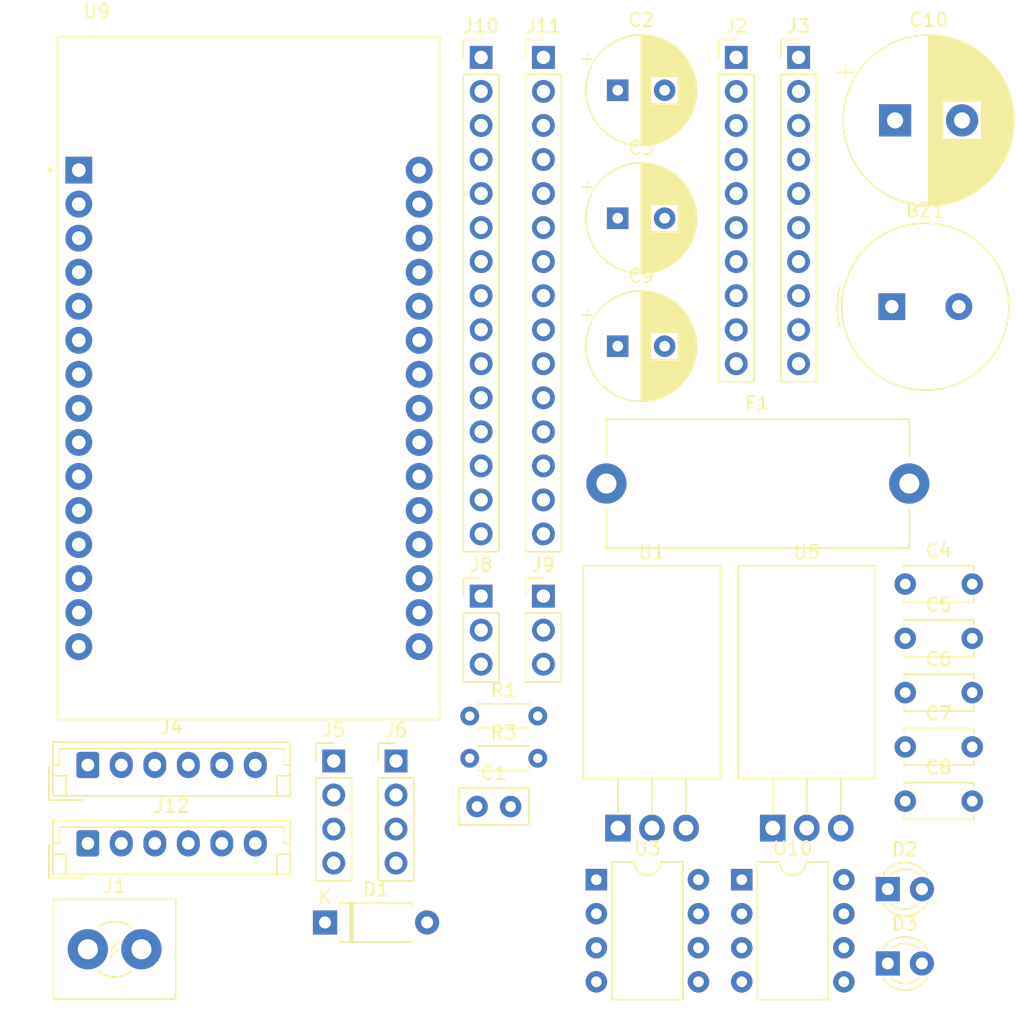
<source format=kicad_pcb>
(kicad_pcb (version 20240108) (generator "pcbnew") (generator_version "8.0")
  (layers (0 "F.Cu" signal) (31 "B.Cu" signal) (34 "B.Paste" user) (35 "F.Paste" user) (36 "B.SilkS" user "B.Silkscreen") (37 "F.SilkS" user "F.Silkscreen") (38 "B.Mask" user) (39 "F.Mask" user) (44 "Edge.Cuts" user))
  (net 0 "")
  (net 1 "GND")
  (net 2 "D33")
  (net 3 "OUTMOT2")
  (net 4 "OUTMOT1")
  (net 5 "+5V")
  (net 6 "IN4")
  (net 7 "IN3")
  (net 8 "IN2")
  (net 9 "IN1")
  (net 10 "OUTMOT3")
  (net 11 "OUTMOT4")
  (net 12 "Net-(D1-K)")
  (net 13 "Net-(D1-A)")
  (net 14 "Net-(D2-A)")
  (net 15 "Net-(D3-A)")
  (net 16 "+12V")
  (net 17 "encode1 B")
  (net 18 "3.3V")
  (net 19 "encode1 A")
  (net 20 "SDA")
  (net 21 "SCL")
  (net 22 "TRIG")
  (net 23 "ECHO")
  (net 24 "sinal1")
  (net 25 "sinal2")
  (net 26 "TX2")
  (net 27 "D15")
  (net 28 "D22")
  (net 29 "3.3v")
  (net 30 "D4")
  (net 31 "D19")
  (net 34 "D23")
  (net 35 "D18")
  (net 36 "D2")
  (net 37 "RX2")
  (net 38 "D21")
  (net 39 "D5")
  (net 40 "D25")
  (net 41 "D13")
  (net 42 "EN")
  (net 44 "VN")
  (net 45 "D12")
  (net 46 "D32")
  (net 47 "VP")
  (net 48 "D14")
  (net 49 "D26")
  (net 50 "D34")
  (net 51 "D27")
  (net 52 "D35")
  (net 53 "encode2 B")
  (net 54 "encode2 A")
  (footprint "Connector_PinHeader_2.54mm:PinHeader_1x03_P2.54mm_Vertical" (layer "F.Cu") (at 144.96 98.19)
    (property "Reference" "J9" (at 0 -2.33 0) (layer "F.SilkS"))
    (property "Value" "Conn_01x03_Socket")
    (pad "1" thru_hole rect (at 0 0) (size 1.7 1.7) (drill 1) (layers "*.Cu" "*.Mask") (net 25 "sinal2"))
    (pad "2" thru_hole oval (at 0 2.54) (size 1.7 1.7) (drill 1) (layers "*.Cu" "*.Mask") (net 5 "+5V"))
    (pad "3" thru_hole oval (at 0 5.08) (size 1.7 1.7) (drill 1) (layers "*.Cu" "*.Mask") (net 1 "GND"))
  )
  (footprint "Capacitor_THT:C_Disc_D5.0mm_W2.5mm_P2.50mm" (layer "F.Cu") (at 140.01 113.89)
    (property "Reference" "C1" (at 1.25 -2.5 0) (layer "F.SilkS"))
    (property "Value" "C_Small")
    (pad "1" thru_hole circle (at 0 0) (size 1.6 1.6) (drill 0.8) (layers "*.Cu" "*.Mask") (net 4 "OUTMOT1"))
    (pad "2" thru_hole circle (at 2.5 0) (size 1.6 1.6) (drill 0.8) (layers "*.Cu" "*.Mask") (net 3 "OUTMOT2"))
  )
  (footprint "Connector_PinHeader_2.54mm:PinHeader_1x10_P2.54mm_Vertical" (layer "F.Cu") (at 164 57.99)
    (property "Reference" "J3" (at 0 -2.33 0) (layer "F.SilkS"))
    (property "Value" "Conn_01x10_Socket")
    (pad "1" thru_hole rect (at 0 0) (size 1.7 1.7) (drill 1) (layers "*.Cu" "*.Mask") (net 5 "+5V"))
    (pad "2" thru_hole oval (at 0 2.54) (size 1.7 1.7) (drill 1) (layers "*.Cu" "*.Mask") (net 5 "+5V"))
    (pad "3" thru_hole oval (at 0 5.08) (size 1.7 1.7) (drill 1) (layers "*.Cu" "*.Mask") (net 5 "+5V"))
    (pad "4" thru_hole oval (at 0 7.62) (size 1.7 1.7) (drill 1) (layers "*.Cu" "*.Mask") (net 5 "+5V"))
    (pad "5" thru_hole oval (at 0 10.16) (size 1.7 1.7) (drill 1) (layers "*.Cu" "*.Mask") (net 5 "+5V"))
    (pad "6" thru_hole oval (at 0 12.7) (size 1.7 1.7) (drill 1) (layers "*.Cu" "*.Mask") (net 5 "+5V"))
    (pad "7" thru_hole oval (at 0 15.24) (size 1.7 1.7) (drill 1) (layers "*.Cu" "*.Mask") (net 5 "+5V"))
    (pad "8" thru_hole oval (at 0 17.78) (size 1.7 1.7) (drill 1) (layers "*.Cu" "*.Mask") (net 5 "+5V"))
    (pad "9" thru_hole oval (at 0 20.32) (size 1.7 1.7) (drill 1) (layers "*.Cu" "*.Mask") (net 5 "+5V"))
    (pad "10" thru_hole oval (at 0 22.86) (size 1.7 1.7) (drill 1) (layers "*.Cu" "*.Mask") (net 5 "+5V"))
  )
  (footprint "Capacitor_THT:C_Disc_D5.0mm_W2.5mm_P5.00mm" (layer "F.Cu") (at 171.96 109.44)
    (property "Reference" "C7" (at 2.5 -2.5 0) (layer "F.SilkS"))
    (property "Value" "0.33µF")
    (pad "1" thru_hole circle (at 0 0) (size 1.6 1.6) (drill 0.8) (layers "*.Cu" "*.Mask") (net 12 "Net-(D1-K)"))
    (pad "2" thru_hole circle (at 5 0) (size 1.6 1.6) (drill 0.8) (layers "*.Cu" "*.Mask") (net 1 "GND"))
  )
  (footprint "Capacitor_THT:CP_Radial_D12.5mm_P5.00mm" (layer "F.Cu") (at 171.202082 62.69)
    (property "Reference" "C10" (at 2.5 -7.5 0) (layer "F.SilkS"))
    (property "Value" "680µF")
    (pad "1" thru_hole rect (at 0 0) (size 2.4 2.4) (drill 1.2) (layers "*.Cu" "*.Mask") (net 1 "GND"))
    (pad "2" thru_hole circle (at 5 0) (size 2.4 2.4) (drill 1.2) (layers "*.Cu" "*.Mask") (net 5 "+5V"))
  )
  (footprint "Capacitor_THT:CP_Radial_D8.0mm_P3.50mm" (layer "F.Cu") (at 150.504698 60.44)
    (property "Reference" "C2" (at 1.75 -5.25 0) (layer "F.SilkS"))
    (property "Value" "100µF")
    (pad "1" thru_hole rect (at 0 0) (size 1.6 1.6) (drill 0.8) (layers "*.Cu" "*.Mask") (net 5 "+5V"))
    (pad "2" thru_hole circle (at 3.5 0) (size 1.6 1.6) (drill 0.8) (layers "*.Cu" "*.Mask") (net 1 "GND"))
  )
  (footprint "Connector_PinHeader_2.54mm:PinHeader_1x10_P2.54mm_Vertical" (layer "F.Cu") (at 159.35 57.99)
    (property "Reference" "J2" (at 0 -2.33 0) (layer "F.SilkS"))
    (property "Value" "Conn_01x10_Socket")
    (pad "1" thru_hole rect (at 0 0) (size 1.7 1.7) (drill 1) (layers "*.Cu" "*.Mask") (net 1 "GND"))
    (pad "2" thru_hole oval (at 0 2.54) (size 1.7 1.7) (drill 1) (layers "*.Cu" "*.Mask") (net 1 "GND"))
    (pad "3" thru_hole oval (at 0 5.08) (size 1.7 1.7) (drill 1) (layers "*.Cu" "*.Mask") (net 1 "GND"))
    (pad "4" thru_hole oval (at 0 7.62) (size 1.7 1.7) (drill 1) (layers "*.Cu" "*.Mask") (net 1 "GND"))
    (pad "5" thru_hole oval (at 0 10.16) (size 1.7 1.7) (drill 1) (layers "*.Cu" "*.Mask") (net 1 "GND"))
    (pad "6" thru_hole oval (at 0 12.7) (size 1.7 1.7) (drill 1) (layers "*.Cu" "*.Mask") (net 1 "GND"))
    (pad "7" thru_hole oval (at 0 15.24) (size 1.7 1.7) (drill 1) (layers "*.Cu" "*.Mask") (net 1 "GND"))
    (pad "8" thru_hole oval (at 0 17.78) (size 1.7 1.7) (drill 1) (layers "*.Cu" "*.Mask") (net 1 "GND"))
    (pad "9" thru_hole oval (at 0 20.32) (size 1.7 1.7) (drill 1) (layers "*.Cu" "*.Mask") (net 1 "GND"))
    (pad "10" thru_hole oval (at 0 22.86) (size 1.7 1.7) (drill 1) (layers "*.Cu" "*.Mask") (net 1 "GND"))
  )
  (footprint "Connector_JST:JST_EH_B6B-EH-A_1x06_P2.50mm_Vertical" (layer "F.Cu") (at 110.96 116.64)
    (property "Reference" "J12" (at 6.25 -2.8 0) (layer "F.SilkS"))
    (property "Value" "Conn_01x06_Socket")
    (pad "1" thru_hole roundrect (at 0 0) (size 1.7 1.95) (drill 0.95) (layers "*.Cu" "*.Mask") (roundrect_rratio 0.147059) (net 3 "OUTMOT2"))
    (pad "2" thru_hole oval (at 2.5 0) (size 1.7 1.95) (drill 0.95) (layers "*.Cu" "*.Mask") (net 18 "3.3V"))
    (pad "3" thru_hole oval (at 5 0) (size 1.7 1.95) (drill 0.95) (layers "*.Cu" "*.Mask") (net 53 "encode2 B"))
    (pad "4" thru_hole oval (at 7.5 0) (size 1.7 1.95) (drill 0.95) (layers "*.Cu" "*.Mask") (net 54 "encode2 A"))
    (pad "5" thru_hole oval (at 10 0) (size 1.7 1.95) (drill 0.95) (layers "*.Cu" "*.Mask") (net 1 "GND"))
    (pad "6" thru_hole oval (at 12.5 0) (size 1.7 1.95) (drill 0.95) (layers "*.Cu" "*.Mask") (net 4 "OUTMOT1"))
  )
  (footprint "Package_TO_SOT_THT:TO-220-3_Horizontal_TabDown" (layer "F.Cu") (at 162.07 115.5)
    (property "Reference" "U5" (at 2.54 -20.58 0) (layer "F.SilkS"))
    (property "Value" "L7805")
    (pad "" np_thru_hole oval (at 2.54 -16.66) (size 3.5 3.5) (drill 3.5) (layers "*.Cu" "*.Mask"))
    (pad "1" thru_hole rect (at 0 0) (size 1.905 2) (drill 1.1) (layers "*.Cu" "*.Mask") (net 12 "Net-(D1-K)"))
    (pad "2" thru_hole oval (at 2.54 0) (size 1.905 2) (drill 1.1) (layers "*.Cu" "*.Mask") (net 1 "GND"))
    (pad "3" thru_hole oval (at 5.08 0) (size 1.905 2) (drill 1.1) (layers "*.Cu" "*.Mask") (net 5 "+5V"))
  )
  (footprint "Package_TO_SOT_THT:TO-220-3_Horizontal_TabDown" (layer "F.Cu") (at 150.52 115.5)
    (property "Reference" "U1" (at 2.54 -20.58 0) (layer "F.SilkS"))
    (property "Value" "L7805")
    (pad "" np_thru_hole oval (at 2.54 -16.66) (size 3.5 3.5) (drill 3.5) (layers "*.Cu" "*.Mask"))
    (pad "1" thru_hole rect (at 0 0) (size 1.905 2) (drill 1.1) (layers "*.Cu" "*.Mask") (net 12 "Net-(D1-K)"))
    (pad "2" thru_hole oval (at 2.54 0) (size 1.905 2) (drill 1.1) (layers "*.Cu" "*.Mask") (net 1 "GND"))
    (pad "3" thru_hole oval (at 5.08 0) (size 1.905 2) (drill 1.1) (layers "*.Cu" "*.Mask") (net 5 "+5V"))
  )
  (footprint "Connector_JST:JST_EH_B6B-EH-A_1x06_P2.50mm_Vertical" (layer "F.Cu") (at 110.96 110.79)
    (property "Reference" "J4" (at 6.25 -2.8 0) (layer "F.SilkS"))
    (property "Value" "Conn_01x06_Socket")
    (pad "1" thru_hole roundrect (at 0 0) (size 1.7 1.95) (drill 0.95) (layers "*.Cu" "*.Mask") (roundrect_rratio 0.147059) (net 11 "OUTMOT4"))
    (pad "2" thru_hole oval (at 2.5 0) (size 1.7 1.95) (drill 0.95) (layers "*.Cu" "*.Mask") (net 18 "3.3V"))
    (pad "3" thru_hole oval (at 5 0) (size 1.7 1.95) (drill 0.95) (layers "*.Cu" "*.Mask") (net 17 "encode1 B"))
    (pad "4" thru_hole oval (at 7.5 0) (size 1.7 1.95) (drill 0.95) (layers "*.Cu" "*.Mask") (net 19 "encode1 A"))
    (pad "5" thru_hole oval (at 10 0) (size 1.7 1.95) (drill 0.95) (layers "*.Cu" "*.Mask") (net 1 "GND"))
    (pad "6" thru_hole oval (at 12.5 0) (size 1.7 1.95) (drill 0.95) (layers "*.Cu" "*.Mask") (net 10 "OUTMOT3"))
  )
  (footprint "Connector_PinHeader_2.54mm:PinHeader_1x03_P2.54mm_Vertical" (layer "F.Cu") (at 140.31 98.19)
    (property "Reference" "J8" (at 0 -2.33 0) (layer "F.SilkS"))
    (property "Value" "Conn_01x03_Socket")
    (pad "1" thru_hole rect (at 0 0) (size 1.7 1.7) (drill 1) (layers "*.Cu" "*.Mask") (net 24 "sinal1"))
    (pad "2" thru_hole oval (at 0 2.54) (size 1.7 1.7) (drill 1) (layers "*.Cu" "*.Mask") (net 5 "+5V"))
    (pad "3" thru_hole oval (at 0 5.08) (size 1.7 1.7) (drill 1) (layers "*.Cu" "*.Mask") (net 1 "GND"))
  )
  (footprint "Connector_PinHeader_2.54mm:PinHeader_1x04_P2.54mm_Vertical" (layer "F.Cu") (at 129.31 110.49)
    (property "Reference" "J5" (at 0 -2.33 0) (layer "F.SilkS"))
    (property "Value" "Conn_01x04_Socket")
    (pad "1" thru_hole rect (at 0 0) (size 1.7 1.7) (drill 1) (layers "*.Cu" "*.Mask") (net 18 "3.3V"))
    (pad "2" thru_hole oval (at 0 2.54) (size 1.7 1.7) (drill 1) (layers "*.Cu" "*.Mask") (net 1 "GND"))
    (pad "3" thru_hole oval (at 0 5.08) (size 1.7 1.7) (drill 1) (layers "*.Cu" "*.Mask") (net 21 "SCL"))
    (pad "4" thru_hole oval (at 0 7.62) (size 1.7 1.7) (drill 1) (layers "*.Cu" "*.Mask") (net 20 "SDA"))
  )
  (footprint "Diode_THT:D_A-405_P7.62mm_Horizontal" (layer "F.Cu") (at 128.66 122.54)
    (property "Reference" "D1" (at 3.81 -2.47 0) (layer "F.SilkS"))
    (property "Value" "D")
    (fp_text user "K" (at 0 -1.9 0) (layer "F.SilkS"))
    (pad "1" thru_hole rect (at 0 0) (size 1.8 1.8) (drill 0.9) (layers "*.Cu" "*.Mask") (net 12 "Net-(D1-K)"))
    (pad "2" thru_hole oval (at 7.62 0) (size 1.8 1.8) (drill 0.9) (layers "*.Cu" "*.Mask") (net 13 "Net-(D1-A)"))
  )
  (footprint "Capacitor_THT:C_Disc_D5.0mm_W2.5mm_P5.00mm" (layer "F.Cu") (at 171.96 101.34)
    (property "Reference" "C5" (at 2.5 -2.5 0) (layer "F.SilkS"))
    (property "Value" "C_Small")
    (pad "1" thru_hole circle (at 0 0) (size 1.6 1.6) (drill 0.8) (layers "*.Cu" "*.Mask") (net 9 "IN1"))
    (pad "2" thru_hole circle (at 5 0) (size 1.6 1.6) (drill 0.8) (layers "*.Cu" "*.Mask") (net 8 "IN2"))
  )
  (footprint "TerminalBlock_MetzConnect:TerminalBlock_MetzConnect_360291_1x01_Horizontal_ScrewM3.0_Boxed" (layer "F.Cu") (at 110.96 124.54)
    (property "Reference" "J1" (at 2 -4.71 0) (layer "F.SilkS"))
    (property "Value" "Screw_Terminal_01x02")
    (pad "1" thru_hole circle (at 0 0) (size 3 3) (drill 1.5) (layers "*.Cu" "*.Mask") (net 16 "+12V"))
    (pad "2" thru_hole circle (at 4 0) (size 3 3) (drill 1.5) (layers "*.Cu" "*.Mask") (net 1 "GND"))
  )
  (footprint "ESPFootprint:MODULE_ESP32_DEVKIT_V1" (layer "F.Cu") (at 122.985 81.915)
    (property "Reference" "U9" (at -11.355 -27.36 0) (layer "F.SilkS"))
    (property "Value" "ESP32-DEVKIT-V1")
    (pad "" np_thru_hole circle (at -12.28 -23.475) (size 3 3) (drill 3) (layers "*.Cu" "*.Mask"))
    (pad "" np_thru_hole circle (at -12.28 23.475) (size 3 3) (drill 3) (layers "*.Cu" "*.Mask"))
    (pad "" np_thru_hole circle (at 12.23 -23.475) (size 3 3) (drill 3) (layers "*.Cu" "*.Mask"))
    (pad "" np_thru_hole circle (at 12.23 23.475) (size 3 3) (drill 3) (layers "*.Cu" "*.Mask"))
    (pad "1" thru_hole rect (at -12.7 -15.515) (size 2 2) (drill 1.02) (layers "*.Cu" "*.Mask") (net 18 "3.3V"))
    (pad "2" thru_hole circle (at -12.7 -12.975) (size 2 2) (drill 1.02) (layers "*.Cu" "*.Mask") (net 1 "GND"))
    (pad "3" thru_hole circle (at -12.7 -10.435) (size 2 2) (drill 1.02) (layers "*.Cu" "*.Mask") (net 25 "sinal2"))
    (pad "4" thru_hole circle (at -12.7 -7.895) (size 2 2) (drill 1.02) (layers "*.Cu" "*.Mask") (net 7 "IN3"))
    (pad "5" thru_hole circle (at -12.7 -5.355) (size 2 2) (drill 1.02) (layers "*.Cu" "*.Mask") (net 6 "IN4"))
    (pad "6" thru_hole circle (at -12.7 -2.815) (size 2 2) (drill 1.02) (layers "*.Cu" "*.Mask") (net 23 "ECHO"))
    (pad "7" thru_hole circle (at -12.7 -0.275) (size 2 2) (drill 1.02) (layers "*.Cu" "*.Mask") (net 22 "TRIG"))
    (pad "8" thru_hole circle (at -12.7 2.265) (size 2 2) (drill 1.02) (layers "*.Cu" "*.Mask"))
    (pad "9" thru_hole circle (at -12.7 4.805) (size 2 2) (drill 1.02) (layers "*.Cu" "*.Mask") (net 9 "IN1"))
    (pad "10" thru_hole circle (at -12.7 7.345) (size 2 2) (drill 1.02) (layers "*.Cu" "*.Mask") (net 8 "IN2"))
    (pad "11" thru_hole circle (at -12.7 9.885) (size 2 2) (drill 1.02) (layers "*.Cu" "*.Mask") (net 20 "SDA"))
    (pad "12" thru_hole circle (at -12.7 12.425) (size 2 2) (drill 1.02) (layers "*.Cu" "*.Mask"))
    (pad "13" thru_hole circle (at -12.7 14.965) (size 2 2) (drill 1.02) (layers "*.Cu" "*.Mask"))
    (pad "14" thru_hole circle (at -12.7 17.505) (size 2 2) (drill 1.02) (layers "*.Cu" "*.Mask") (net 21 "SCL"))
    (pad "15" thru_hole circle (at -12.7 20.045) (size 2 2) (drill 1.02) (layers "*.Cu" "*.Mask") (net 24 "sinal1"))
    (pad "16" thru_hole circle (at 12.7 20.045) (size 2 2) (drill 1.02) (layers "*.Cu" "*.Mask") (net 42 "EN"))
    (pad "17" thru_hole circle (at 12.7 17.505) (size 2 2) (drill 1.02) (layers "*.Cu" "*.Mask") (net 47 "VP"))
    (pad "18" thru_hole circle (at 12.7 14.965) (size 2 2) (drill 1.02) (layers "*.Cu" "*.Mask") (net 44 "VN"))
    (pad "19" thru_hole circle (at 12.7 12.425) (size 2 2) (drill 1.02) (layers "*.Cu" "*.Mask") (net 50 "D34"))
    (pad "20" thru_hole circle (at 12.7 9.885) (size 2 2) (drill 1.02) (layers "*.Cu" "*.Mask") (net 52 "D35"))
    (pad "21" thru_hole circle (at 12.7 7.345) (size 2 2) (drill 1.02) (layers "*.Cu" "*.Mask") (net 46 "D32"))
    (pad "22" thru_hole circle (at 12.7 4.805) (size 2 2) (drill 1.02) (layers "*.Cu" "*.Mask") (net 2 "D33"))
    (pad "23" thru_hole circle (at 12.7 2.265) (size 2 2) (drill 1.02) (layers "*.Cu" "*.Mask"))
    (pad "24" thru_hole circle (at 12.7 -0.275) (size 2 2) (drill 1.02) (layers "*.Cu" "*.Mask"))
    (pad "25" thru_hole circle (at 12.7 -2.815) (size 2 2) (drill 1.02) (layers "*.Cu" "*.Mask") (net 53 "encode2 B"))
    (pad "26" thru_hole circle (at 12.7 -5.355) (size 2 2) (drill 1.02) (layers "*.Cu" "*.Mask") (net 54 "encode2 A"))
    (pad "27" thru_hole circle (at 12.7 -7.895) (size 2 2) (drill 1.02) (layers "*.Cu" "*.Mask") (net 17 "encode1 B"))
    (pad "28" thru_hole circle (at 12.7 -10.435) (size 2 2) (drill 1.02) (layers "*.Cu" "*.Mask") (net 19 "encode1 A"))
    (pad "29" thru_hole circle (at 12.7 -12.975) (size 2 2) (drill 1.02) (layers "*.Cu" "*.Mask") (net 1 "GND"))
    (pad "30" thru_hole circle (at 12.7 -15.515) (size 2 2) (drill 1.02) (layers "*.Cu" "*.Mask") (net 5 "+5V"))
  )
  (footprint "Fuse:Fuseholder_Cylinder-5x20mm_Stelvio-Kontek_PTF78_Horizontal_Open" (layer "F.Cu") (at 149.66 89.79)
    (property "Reference" "F1" (at 11.25 -6 0) (layer "F.SilkS"))
    (property "Value" "3A")
    (pad "1" thru_hole circle (at 0 0) (size 3 3) (drill 1.5) (layers "*.Cu" "*.Mask") (net 16 "+12V"))
    (pad "2" thru_hole circle (at 22.6 0) (size 3 3) (drill 1.5) (layers "*.Cu" "*.Mask") (net 13 "Net-(D1-A)"))
  )
  (footprint "Capacitor_THT:CP_Radial_D8.0mm_P3.50mm" (layer "F.Cu") (at 150.504698 79.54)
    (property "Reference" "C9" (at 1.75 -5.25 0) (layer "F.SilkS"))
    (property "Value" "100µF")
    (pad "1" thru_hole rect (at 0 0) (size 1.6 1.6) (drill 0.8) (layers "*.Cu" "*.Mask") (net 5 "+5V"))
    (pad "2" thru_hole circle (at 3.5 0) (size 1.6 1.6) (drill 0.8) (layers "*.Cu" "*.Mask") (net 1 "GND"))
  )
  (footprint "Connector_PinHeader_2.54mm:PinHeader_1x15_P2.54mm_Vertical" (layer "F.Cu") (at 140.31 57.99)
    (property "Reference" "J10" (at 0 -2.33 0) (layer "F.SilkS"))
    (property "Value" "Conn_01x15_Socket")
    (pad "1" thru_hole rect (at 0 0) (size 1.7 1.7) (drill 1) (layers "*.Cu" "*.Mask") (net 29 "3.3v"))
    (pad "2" thru_hole oval (at 0 2.54) (size 1.7 1.7) (drill 1) (layers "*.Cu" "*.Mask") (net 1 "GND"))
    (pad "3" thru_hole oval (at 0 5.08) (size 1.7 1.7) (drill 1) (layers "*.Cu" "*.Mask") (net 27 "D15"))
    (pad "4" thru_hole oval (at 0 7.62) (size 1.7 1.7) (drill 1) (layers "*.Cu" "*.Mask") (net 36 "D2"))
    (pad "5" thru_hole oval (at 0 10.16) (size 1.7 1.7) (drill 1) (layers "*.Cu" "*.Mask") (net 30 "D4"))
    (pad "6" thru_hole oval (at 0 12.7) (size 1.7 1.7) (drill 1) (layers "*.Cu" "*.Mask") (net 37 "RX2"))
    (pad "7" thru_hole oval (at 0 15.24) (size 1.7 1.7) (drill 1) (layers "*.Cu" "*.Mask") (net 26 "TX2"))
    (pad "8" thru_hole oval (at 0 17.78) (size 1.7 1.7) (drill 1) (layers "*.Cu" "*.Mask") (net 39 "D5"))
    (pad "9" thru_hole oval (at 0 20.32) (size 1.7 1.7) (drill 1) (layers "*.Cu" "*.Mask") (net 35 "D18"))
    (pad "10" thru_hole oval (at 0 22.86) (size 1.7 1.7) (drill 1) (layers "*.Cu" "*.Mask") (net 31 "D19"))
    (pad "11" thru_hole oval (at 0 25.4) (size 1.7 1.7) (drill 1) (layers "*.Cu" "*.Mask") (net 38 "D21"))
    (pad "12" thru_hole oval (at 0 27.94) (size 1.7 1.7) (drill 1) (layers "*.Cu" "*.Mask"))
    (pad "13" thru_hole oval (at 0 30.48) (size 1.7 1.7) (drill 1) (layers "*.Cu" "*.Mask"))
    (pad "14" thru_hole oval (at 0 33.02) (size 1.7 1.7) (drill 1) (layers "*.Cu" "*.Mask") (net 28 "D22"))
    (pad "15" thru_hole oval (at 0 35.56) (size 1.7 1.7) (drill 1) (layers "*.Cu" "*.Mask") (net 34 "D23"))
  )
  (footprint "Capacitor_THT:C_Disc_D5.0mm_W2.5mm_P5.00mm" (layer "F.Cu") (at 171.96 105.39)
    (property "Reference" "C6" (at 2.5 -2.5 0) (layer "F.SilkS"))
    (property "Value" "C_Small")
    (pad "1" thru_hole circle (at 0 0) (size 1.6 1.6) (drill 0.8) (layers "*.Cu" "*.Mask") (net 10 "OUTMOT3"))
    (pad "2" thru_hole circle (at 5 0) (size 1.6 1.6) (drill 0.8) (layers "*.Cu" "*.Mask") (net 11 "OUTMOT4"))
  )
  (footprint "Resistor_THT:R_Axial_DIN0204_L3.6mm_D1.6mm_P5.08mm_Horizontal" (layer "F.Cu") (at 139.46 110.29)
    (property "Reference" "R3" (at 2.54 -1.92 0) (layer "F.SilkS"))
    (property "Value" "R_Small_US")
    (pad "1" thru_hole circle (at 0 0) (size 1.4 1.4) (drill 0.7) (layers "*.Cu" "*.Mask") (net 5 "+5V"))
    (pad "2" thru_hole oval (at 5.08 0) (size 1.4 1.4) (drill 0.7) (layers "*.Cu" "*.Mask") (net 15 "Net-(D3-A)"))
  )
  (footprint "Resistor_THT:R_Axial_DIN0204_L3.6mm_D1.6mm_P5.08mm_Horizontal" (layer "F.Cu") (at 139.46 107.14)
    (property "Reference" "R1" (at 2.54 -1.92 0) (layer "F.SilkS"))
    (property "Value" "R_US")
    (pad "1" thru_hole circle (at 0 0) (size 1.4 1.4) (drill 0.7) (layers "*.Cu" "*.Mask") (net 5 "+5V"))
    (pad "2" thru_hole oval (at 5.08 0) (size 1.4 1.4) (drill 0.7) (layers "*.Cu" "*.Mask") (net 14 "Net-(D2-A)"))
  )
  (footprint "Package_DIP:DIP-8_W7.62mm" (layer "F.Cu") (at 159.76 119.35)
    (property "Reference" "U10" (at 3.81 -2.33 0) (layer "F.SilkS"))
    (property "Value" "TA6586")
    (pad "1" thru_hole rect (at 0 0) (size 1.6 1.6) (drill 0.8) (layers "*.Cu" "*.Mask") (net 9 "IN1"))
    (pad "2" thru_hole oval (at 0 2.54) (size 1.6 1.6) (drill 0.8) (layers "*.Cu" "*.Mask") (net 8 "IN2"))
    (pad "3" thru_hole oval (at 0 5.08) (size 1.6 1.6) (drill 0.8) (layers "*.Cu" "*.Mask") (net 1 "GND"))
    (pad "4" thru_hole oval (at 0 7.62) (size 1.6 1.6) (drill 0.8) (layers "*.Cu" "*.Mask") (net 5 "+5V"))
    (pad "5" thru_hole oval (at 7.62 7.62) (size 1.6 1.6) (drill 0.8) (layers "*.Cu" "*.Mask") (net 4 "OUTMOT1"))
    (pad "6" thru_hole oval (at 7.62 5.08) (size 1.6 1.6) (drill 0.8) (layers "*.Cu" "*.Mask"))
    (pad "7" thru_hole oval (at 7.62 2.54) (size 1.6 1.6) (drill 0.8) (layers "*.Cu" "*.Mask") (net 3 "OUTMOT2"))
    (pad "8" thru_hole oval (at 7.62 0) (size 1.6 1.6) (drill 0.8) (layers "*.Cu" "*.Mask"))
  )
  (footprint "Capacitor_THT:C_Disc_D5.0mm_W2.5mm_P5.00mm" (layer "F.Cu") (at 171.96 97.29)
    (property "Reference" "C4" (at 2.5 -2.5 0) (layer "F.SilkS"))
    (property "Value" "C_Small")
    (pad "1" thru_hole circle (at 0 0) (size 1.6 1.6) (drill 0.8) (layers "*.Cu" "*.Mask") (net 7 "IN3"))
    (pad "2" thru_hole circle (at 5 0) (size 1.6 1.6) (drill 0.8) (layers "*.Cu" "*.Mask") (net 6 "IN4"))
  )
  (footprint "Connector_PinHeader_2.54mm:PinHeader_1x04_P2.54mm_Vertical" (layer "F.Cu") (at 133.96 110.49)
    (property "Reference" "J6" (at 0 -2.33 0) (layer "F.SilkS"))
    (property "Value" "Conn_01x04_Socket")
    (pad "1" thru_hole rect (at 0 0) (size 1.7 1.7) (drill 1) (layers "*.Cu" "*.Mask") (net 5 "+5V"))
    (pad "2" thru_hole oval (at 0 2.54) (size 1.7 1.7) (drill 1) (layers "*.Cu" "*.Mask") (net 22 "TRIG"))
    (pad "3" thru_hole oval (at 0 5.08) (size 1.7 1.7) (drill 1) (layers "*.Cu" "*.Mask") (net 23 "ECHO"))
    (pad "4" thru_hole oval (at 0 7.62) (size 1.7 1.7) (drill 1) (layers "*.Cu" "*.Mask") (net 1 "GND"))
  )
  (footprint "Connector_PinHeader_2.54mm:PinHeader_1x15_P2.54mm_Vertical" (layer "F.Cu") (at 144.96 57.99)
    (property "Reference" "J11" (at 0 -2.33 0) (layer "F.SilkS"))
    (property "Value" "Conn_01x15_Socket")
    (pad "1" thru_hole rect (at 0 0) (size 1.7 1.7) (drill 1) (layers "*.Cu" "*.Mask"))
    (pad "2" thru_hole oval (at 0 2.54) (size 1.7 1.7) (drill 1) (layers "*.Cu" "*.Mask") (net 1 "GND"))
    (pad "3" thru_hole oval (at 0 5.08) (size 1.7 1.7) (drill 1) (layers "*.Cu" "*.Mask") (net 41 "D13"))
    (pad "4" thru_hole oval (at 0 7.62) (size 1.7 1.7) (drill 1) (layers "*.Cu" "*.Mask") (net 45 "D12"))
    (pad "5" thru_hole oval (at 0 10.16) (size 1.7 1.7) (drill 1) (layers "*.Cu" "*.Mask") (net 48 "D14"))
    (pad "6" thru_hole oval (at 0 12.7) (size 1.7 1.7) (drill 1) (layers "*.Cu" "*.Mask") (net 51 "D27"))
    (pad "7" thru_hole oval (at 0 15.24) (size 1.7 1.7) (drill 1) (layers "*.Cu" "*.Mask") (net 49 "D26"))
    (pad "8" thru_hole oval (at 0 17.78) (size 1.7 1.7) (drill 1) (layers "*.Cu" "*.Mask") (net 40 "D25"))
    (pad "9" thru_hole oval (at 0 20.32) (size 1.7 1.7) (drill 1) (layers "*.Cu" "*.Mask") (net 2 "D33"))
    (pad "10" thru_hole oval (at 0 22.86) (size 1.7 1.7) (drill 1) (layers "*.Cu" "*.Mask") (net 46 "D32"))
    (pad "11" thru_hole oval (at 0 25.4) (size 1.7 1.7) (drill 1) (layers "*.Cu" "*.Mask") (net 52 "D35"))
    (pad "12" thru_hole oval (at 0 27.94) (size 1.7 1.7) (drill 1) (layers "*.Cu" "*.Mask") (net 50 "D34"))
    (pad "13" thru_hole oval (at 0 30.48) (size 1.7 1.7) (drill 1) (layers "*.Cu" "*.Mask") (net 44 "VN"))
    (pad "14" thru_hole oval (at 0 33.02) (size 1.7 1.7) (drill 1) (layers "*.Cu" "*.Mask") (net 47 "VP"))
    (pad "15" thru_hole oval (at 0 35.56) (size 1.7 1.7) (drill 1) (layers "*.Cu" "*.Mask") (net 42 "EN"))
  )
  (footprint "Capacitor_THT:CP_Radial_D8.0mm_P3.50mm" (layer "F.Cu") (at 150.504698 69.99)
    (property "Reference" "C3" (at 1.75 -5.25 0) (layer "F.SilkS"))
    (property "Value" "100µF")
    (pad "1" thru_hole rect (at 0 0) (size 1.6 1.6) (drill 0.8) (layers "*.Cu" "*.Mask") (net 5 "+5V"))
    (pad "2" thru_hole circle (at 3.5 0) (size 1.6 1.6) (drill 0.8) (layers "*.Cu" "*.Mask") (net 1 "GND"))
  )
  (footprint "Buzzer_Beeper:Buzzer_TDK_PS1240P02BT_D12.2mm_H6.5mm" (layer "F.Cu") (at 170.958431 76.59)
    (property "Reference" "BZ1" (at 2.5 -7.17 0) (layer "F.SilkS"))
    (property "Value" "Buzzer")
    (pad "1" thru_hole rect (at 0 0) (size 2 2) (drill 1) (layers "*.Cu" "*.Mask") (net 2 "D33"))
    (pad "2" thru_hole circle (at 5 0) (size 2 2) (drill 1) (layers "*.Cu" "*.Mask") (net 1 "GND"))
  )
  (footprint "Package_DIP:DIP-8_W7.62mm" (layer "F.Cu") (at 148.91 119.35)
    (property "Reference" "U3" (at 3.81 -2.33 0) (layer "F.SilkS"))
    (property "Value" "TA6586")
    (pad "1" thru_hole rect (at 0 0) (size 1.6 1.6) (drill 0.8) (layers "*.Cu" "*.Mask") (net 7 "IN3"))
    (pad "2" thru_hole oval (at 0 2.54) (size 1.6 1.6) (drill 0.8) (layers "*.Cu" "*.Mask") (net 6 "IN4"))
    (pad "3" thru_hole oval (at 0 5.08) (size 1.6 1.6) (drill 0.8) (layers "*.Cu" "*.Mask") (net 1 "GND"))
    (pad "4" thru_hole oval (at 0 7.62) (size 1.6 1.6) (drill 0.8) (layers "*.Cu" "*.Mask") (net 5 "+5V"))
    (pad "5" thru_hole oval (at 7.62 7.62) (size 1.6 1.6) (drill 0.8) (layers "*.Cu" "*.Mask") (net 10 "OUTMOT3"))
    (pad "6" thru_hole oval (at 7.62 5.08) (size 1.6 1.6) (drill 0.8) (layers "*.Cu" "*.Mask"))
    (pad "7" thru_hole oval (at 7.62 2.54) (size 1.6 1.6) (drill 0.8) (layers "*.Cu" "*.Mask") (net 11 "OUTMOT4"))
    (pad "8" thru_hole oval (at 7.62 0) (size 1.6 1.6) (drill 0.8) (layers "*.Cu" "*.Mask"))
  )
  (footprint "LED_THT:LED_D3.0mm" (layer "F.Cu") (at 170.66 120.05)
    (property "Reference" "D2" (at 1.27 -2.96 0) (layer "F.SilkS"))
    (property "Value" "LED")
    (pad "1" thru_hole rect (at 0 0) (size 1.8 1.8) (drill 0.9) (layers "*.Cu" "*.Mask") (net 1 "GND"))
    (pad "2" thru_hole circle (at 2.54 0) (size 1.8 1.8) (drill 0.9) (layers "*.Cu" "*.Mask") (net 14 "Net-(D2-A)"))
  )
  (footprint "LED_THT:LED_D3.0mm" (layer "F.Cu") (at 170.66 125.6)
    (property "Reference" "D3" (at 1.27 -2.96 0) (layer "F.SilkS"))
    (property "Value" "LED")
    (pad "1" thru_hole rect (at 0 0) (size 1.8 1.8) (drill 0.9) (layers "*.Cu" "*.Mask") (net 1 "GND"))
    (pad "2" thru_hole circle (at 2.54 0) (size 1.8 1.8) (drill 0.9) (layers "*.Cu" "*.Mask") (net 15 "Net-(D3-A)"))
  )
  (footprint "Capacitor_THT:C_Disc_D5.0mm_W2.5mm_P5.00mm" (layer "F.Cu") (at 171.96 113.49)
    (property "Reference" "C8" (at 2.5 -2.5 0) (layer "F.SilkS"))
    (property "Value" "0.1µF")
    (pad "1" thru_hole circle (at 0 0) (size 1.6 1.6) (drill 0.8) (layers "*.Cu" "*.Mask") (net 5 "+5V"))
    (pad "2" thru_hole circle (at 5 0) (size 1.6 1.6) (drill 0.8) (layers "*.Cu" "*.Mask") (net 1 "GND"))
  )
)
</source>
